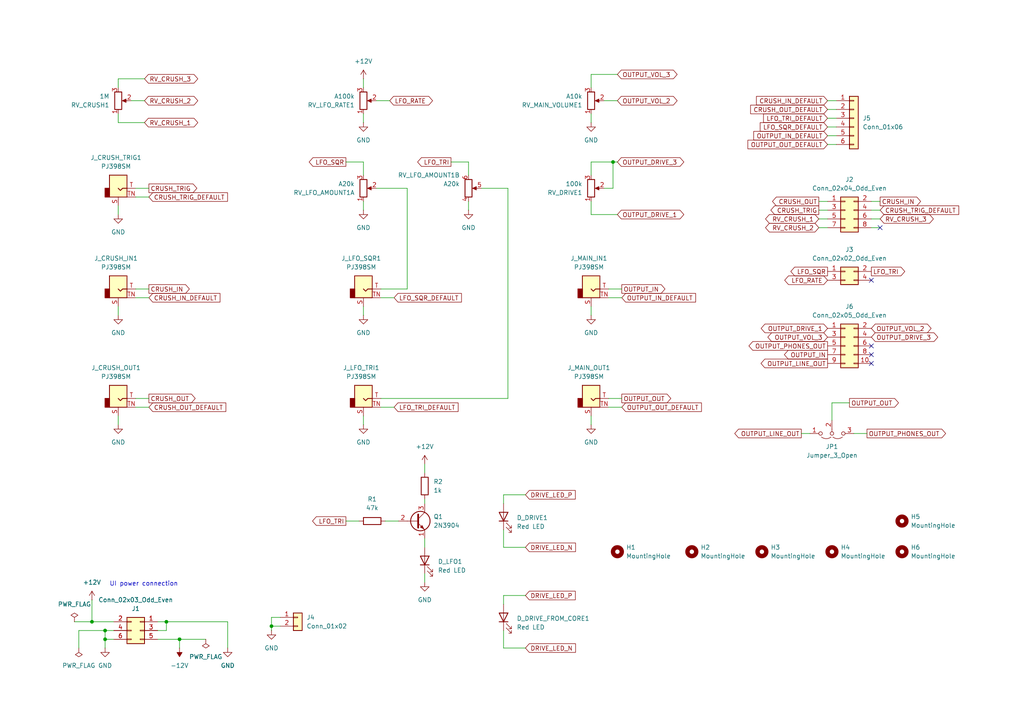
<source format=kicad_sch>
(kicad_sch (version 20250114) (generator "eeschema") (generator_version "9.0")
  (paper "A4")
  (title_block (title "Hog Moduleur Sidechain Mixer UI") (date "2025-07-06") (rev "v0.1") (company "Shmøergh"))
  (lib_symbols
    (symbol "Connector_Generic:Conn_01x02" (pin_names (offset 1.016) (hide yes))
      (property "Reference" "J" (at 0 2.54 0))
      (property "Value" "Conn_01x02" (at 0 -5.08 0))
      (symbol "Conn_01x02_1_1"
        (rectangle (start -1.27 1.27) (end 1.27 -3.81) (stroke (width 0.254)) (fill (type background)))
        (rectangle (start -1.27 0.127) (end 0 -0.127) (stroke (width 0.1524)))
        (rectangle (start -1.27 -2.413) (end 0 -2.667) (stroke (width 0.1524)))
        (pin passive line (at -5.08 0 0) (length 3.81) (name "Pin_1") (number "1"))
        (pin passive line (at -5.08 -2.54 0) (length 3.81) (name "Pin_2") (number "2"))
      )
    )
    (symbol "Connector_Generic:Conn_01x06" (pin_names (offset 1.016) (hide yes))
      (property "Reference" "J" (at 0 7.62 0))
      (property "Value" "Conn_01x06" (at 0 -10.16 0))
      (symbol "Conn_01x06_1_1"
        (rectangle (start -1.27 6.35) (end 1.27 -8.89) (stroke (width 0.254)) (fill (type background)))
        (rectangle (start -1.27 5.207) (end 0 4.953) (stroke (width 0.1524)))
        (rectangle (start -1.27 2.667) (end 0 2.413) (stroke (width 0.1524)))
        (rectangle (start -1.27 0.127) (end 0 -0.127) (stroke (width 0.1524)))
        (rectangle (start -1.27 -2.413) (end 0 -2.667) (stroke (width 0.1524)))
        (rectangle (start -1.27 -4.953) (end 0 -5.207) (stroke (width 0.1524)))
        (rectangle (start -1.27 -7.493) (end 0 -7.747) (stroke (width 0.1524)))
        (pin passive line (at -5.08 5.08 0) (length 3.81) (name "Pin_1") (number "1"))
        (pin passive line (at -5.08 2.54 0) (length 3.81) (name "Pin_2") (number "2"))
        (pin passive line (at -5.08 0 0) (length 3.81) (name "Pin_3") (number "3"))
        (pin passive line (at -5.08 -2.54 0) (length 3.81) (name "Pin_4") (number "4"))
        (pin passive line (at -5.08 -5.08 0) (length 3.81) (name "Pin_5") (number "5"))
        (pin passive line (at -5.08 -7.62 0) (length 3.81) (name "Pin_6") (number "6"))
      )
    )
    (symbol "Connector_Generic:Conn_02x02_Odd_Even" (pin_names (offset 1.016) (hide yes))
      (property "Reference" "J" (at 1.27 2.54 0))
      (property "Value" "Conn_02x02_Odd_Even" (at 1.27 -5.08 0))
      (symbol "Conn_02x02_Odd_Even_1_1"
        (rectangle (start -1.27 1.27) (end 3.81 -3.81) (stroke (width 0.254)) (fill (type background)))
        (rectangle (start -1.27 0.127) (end 0 -0.127) (stroke (width 0.1524)))
        (rectangle (start -1.27 -2.413) (end 0 -2.667) (stroke (width 0.1524)))
        (rectangle (start 3.81 0.127) (end 2.54 -0.127) (stroke (width 0.1524)))
        (rectangle (start 3.81 -2.413) (end 2.54 -2.667) (stroke (width 0.1524)))
        (pin passive line (at -5.08 0 0) (length 3.81) (name "Pin_1") (number "1"))
        (pin passive line (at -5.08 -2.54 0) (length 3.81) (name "Pin_3") (number "3"))
        (pin passive line (at 7.62 0 180) (length 3.81) (name "Pin_2") (number "2"))
        (pin passive line (at 7.62 -2.54 180) (length 3.81) (name "Pin_4") (number "4"))
      )
    )
    (symbol "Connector_Generic:Conn_02x03_Odd_Even" (pin_names (offset 1.016) (hide yes))
      (property "Reference" "J" (at 1.27 5.08 0))
      (property "Value" "Conn_02x03_Odd_Even" (at 1.27 -5.08 0))
      (symbol "Conn_02x03_Odd_Even_1_1"
        (rectangle (start -1.27 3.81) (end 3.81 -3.81) (stroke (width 0.254)) (fill (type background)))
        (rectangle (start -1.27 2.667) (end 0 2.413) (stroke (width 0.1524)))
        (rectangle (start -1.27 0.127) (end 0 -0.127) (stroke (width 0.1524)))
        (rectangle (start -1.27 -2.413) (end 0 -2.667) (stroke (width 0.1524)))
        (rectangle (start 3.81 2.667) (end 2.54 2.413) (stroke (width 0.1524)))
        (rectangle (start 3.81 0.127) (end 2.54 -0.127) (stroke (width 0.1524)))
        (rectangle (start 3.81 -2.413) (end 2.54 -2.667) (stroke (width 0.1524)))
        (pin passive line (at -5.08 2.54 0) (length 3.81) (name "Pin_1") (number "1"))
        (pin passive line (at -5.08 0 0) (length 3.81) (name "Pin_3") (number "3"))
        (pin passive line (at -5.08 -2.54 0) (length 3.81) (name "Pin_5") (number "5"))
        (pin passive line (at 7.62 2.54 180) (length 3.81) (name "Pin_2") (number "2"))
        (pin passive line (at 7.62 0 180) (length 3.81) (name "Pin_4") (number "4"))
        (pin passive line (at 7.62 -2.54 180) (length 3.81) (name "Pin_6") (number "6"))
      )
    )
    (symbol "Connector_Generic:Conn_02x04_Odd_Even" (pin_names (offset 1.016) (hide yes))
      (property "Reference" "J" (at 1.27 5.08 0))
      (property "Value" "Conn_02x04_Odd_Even" (at 1.27 -7.62 0))
      (symbol "Conn_02x04_Odd_Even_1_1"
        (rectangle (start -1.27 3.81) (end 3.81 -6.35) (stroke (width 0.254)) (fill (type background)))
        (rectangle (start -1.27 2.667) (end 0 2.413) (stroke (width 0.1524)))
        (rectangle (start -1.27 0.127) (end 0 -0.127) (stroke (width 0.1524)))
        (rectangle (start -1.27 -2.413) (end 0 -2.667) (stroke (width 0.1524)))
        (rectangle (start -1.27 -4.953) (end 0 -5.207) (stroke (width 0.1524)))
        (rectangle (start 3.81 2.667) (end 2.54 2.413) (stroke (width 0.1524)))
        (rectangle (start 3.81 0.127) (end 2.54 -0.127) (stroke (width 0.1524)))
        (rectangle (start 3.81 -2.413) (end 2.54 -2.667) (stroke (width 0.1524)))
        (rectangle (start 3.81 -4.953) (end 2.54 -5.207) (stroke (width 0.1524)))
        (pin passive line (at -5.08 2.54 0) (length 3.81) (name "Pin_1") (number "1"))
        (pin passive line (at -5.08 0 0) (length 3.81) (name "Pin_3") (number "3"))
        (pin passive line (at -5.08 -2.54 0) (length 3.81) (name "Pin_5") (number "5"))
        (pin passive line (at -5.08 -5.08 0) (length 3.81) (name "Pin_7") (number "7"))
        (pin passive line (at 7.62 2.54 180) (length 3.81) (name "Pin_2") (number "2"))
        (pin passive line (at 7.62 0 180) (length 3.81) (name "Pin_4") (number "4"))
        (pin passive line (at 7.62 -2.54 180) (length 3.81) (name "Pin_6") (number "6"))
        (pin passive line (at 7.62 -5.08 180) (length 3.81) (name "Pin_8") (number "8"))
      )
    )
    (symbol "Connector_Generic:Conn_02x05_Odd_Even" (pin_names (offset 1.016) (hide yes))
      (property "Reference" "J" (at 1.27 7.62 0))
      (property "Value" "Conn_02x05_Odd_Even" (at 1.27 -7.62 0))
      (symbol "Conn_02x05_Odd_Even_1_1"
        (rectangle (start -1.27 6.35) (end 3.81 -6.35) (stroke (width 0.254)) (fill (type background)))
        (rectangle (start -1.27 5.207) (end 0 4.953) (stroke (width 0.1524)))
        (rectangle (start -1.27 2.667) (end 0 2.413) (stroke (width 0.1524)))
        (rectangle (start -1.27 0.127) (end 0 -0.127) (stroke (width 0.1524)))
        (rectangle (start -1.27 -2.413) (end 0 -2.667) (stroke (width 0.1524)))
        (rectangle (start -1.27 -4.953) (end 0 -5.207) (stroke (width 0.1524)))
        (rectangle (start 3.81 5.207) (end 2.54 4.953) (stroke (width 0.1524)))
        (rectangle (start 3.81 2.667) (end 2.54 2.413) (stroke (width 0.1524)))
        (rectangle (start 3.81 0.127) (end 2.54 -0.127) (stroke (width 0.1524)))
        (rectangle (start 3.81 -2.413) (end 2.54 -2.667) (stroke (width 0.1524)))
        (rectangle (start 3.81 -4.953) (end 2.54 -5.207) (stroke (width 0.1524)))
        (pin passive line (at -5.08 5.08 0) (length 3.81) (name "Pin_1") (number "1"))
        (pin passive line (at -5.08 2.54 0) (length 3.81) (name "Pin_3") (number "3"))
        (pin passive line (at -5.08 0 0) (length 3.81) (name "Pin_5") (number "5"))
        (pin passive line (at -5.08 -2.54 0) (length 3.81) (name "Pin_7") (number "7"))
        (pin passive line (at -5.08 -5.08 0) (length 3.81) (name "Pin_9") (number "9"))
        (pin passive line (at 7.62 5.08 180) (length 3.81) (name "Pin_2") (number "2"))
        (pin passive line (at 7.62 2.54 180) (length 3.81) (name "Pin_4") (number "4"))
        (pin passive line (at 7.62 0 180) (length 3.81) (name "Pin_6") (number "6"))
        (pin passive line (at 7.62 -2.54 180) (length 3.81) (name "Pin_8") (number "8"))
        (pin passive line (at 7.62 -5.08 180) (length 3.81) (name "Pin_10") (number "10"))
      )
    )
    (symbol "Device:LED" (pin_numbers (hide yes)) (pin_names (offset 1.016) (hide yes))
      (property "Reference" "D" (at 0 2.54 0))
      (property "Value" "LED" (at 0 -2.54 0))
      (symbol "LED_0_1"
        (polyline (pts (xy -3.048 -0.762) (xy -4.572 -2.286) (xy -3.81 -2.286) (xy -4.572 -2.286) (xy -4.572 -1.524)))
        (polyline (pts (xy -1.778 -0.762) (xy -3.302 -2.286) (xy -2.54 -2.286) (xy -3.302 -2.286) (xy -3.302 -1.524)))
        (polyline (pts (xy -1.27 0) (xy 1.27 0)))
        (polyline (pts (xy -1.27 -1.27) (xy -1.27 1.27)) (stroke (width 0.254)))
        (polyline (pts (xy 1.27 -1.27) (xy 1.27 1.27) (xy -1.27 0) (xy 1.27 -1.27)) (stroke (width 0.254)))
      )
      (symbol "LED_1_1"
        (pin passive line (at -3.81 0 0) (length 2.54) (name "K") (number "1"))
        (pin passive line (at 3.81 0 180) (length 2.54) (name "A") (number "2"))
      )
    )
    (symbol "Device:R" (pin_numbers (hide yes)) (pin_names (offset 0))
      (property "Reference" "R" (at 2.032 0 90))
      (property "Value" "R" (at 0 0 90))
      (symbol "R_0_1"
        (rectangle (start -1.016 -2.54) (end 1.016 2.54) (stroke (width 0.254)))
      )
      (symbol "R_1_1"
        (pin passive line (at 0 3.81 270) (length 1.27) (name "~") (number "1"))
        (pin passive line (at 0 -3.81 90) (length 1.27) (name "~") (number "2"))
      )
    )
    (symbol "Device:R_Potentiometer" (pin_names (offset 1.016) (hide yes))
      (property "Reference" "RV" (at -4.445 0 90))
      (property "Value" "R_Potentiometer" (at -2.54 0 90))
      (symbol "R_Potentiometer_0_1"
        (rectangle (start 1.016 2.54) (end -1.016 -2.54) (stroke (width 0.254)))
        (polyline (pts (xy 1.143 0) (xy 2.286 0.508) (xy 2.286 -0.508) (xy 1.143 0)) (fill (type outline)))
        (polyline (pts (xy 2.54 0) (xy 1.524 0)))
      )
      (symbol "R_Potentiometer_1_1"
        (pin passive line (at 0 3.81 270) (length 1.27) (name "1") (number "1"))
        (pin passive line (at 0 -3.81 90) (length 1.27) (name "3") (number "3"))
        (pin passive line (at 3.81 0 180) (length 1.27) (name "2") (number "2"))
      )
    )
    (symbol "Device:R_Potentiometer_Dual_Separate" (pin_names (offset 1.016) (hide yes))
      (property "Reference" "RV" (at -4.445 0 90))
      (property "Value" "R_Potentiometer_Dual_Separate" (at -2.54 0 90))
      (symbol "R_Potentiometer_Dual_Separate_0_1"
        (rectangle (start 1.016 2.54) (end -1.016 -2.54) (stroke (width 0.254)))
        (polyline (pts (xy 1.143 0) (xy 2.286 0.508) (xy 2.286 -0.508) (xy 1.143 0)) (fill (type outline)))
        (polyline (pts (xy 2.54 0) (xy 1.524 0)))
      )
      (symbol "R_Potentiometer_Dual_Separate_1_1"
        (pin passive line (at 0 3.81 270) (length 1.27) (name "1") (number "1"))
        (pin passive line (at 0 -3.81 90) (length 1.27) (name "3") (number "3"))
        (pin passive line (at 3.81 0 180) (length 1.27) (name "2") (number "2"))
      )
      (symbol "R_Potentiometer_Dual_Separate_2_1"
        (pin passive line (at 0 3.81 270) (length 1.27) (name "4") (number "4"))
        (pin passive line (at 0 -3.81 90) (length 1.27) (name "6") (number "6"))
        (pin passive line (at 3.81 0 180) (length 1.27) (name "5") (number "5"))
      )
    )
    (symbol "Jumper:Jumper_3_Open" (pin_names (offset 0) (hide yes)) (in_bom no)
      (property "Reference" "JP" (at -2.54 -2.54 0))
      (property "Value" "Jumper_3_Open" (at 0 2.794 0))
      (symbol "Jumper_3_Open_0_0"
        (circle (center -3.302 0) (radius 0.508))
        (circle (center 0 0) (radius 0.508))
        (circle (center 3.302 0) (radius 0.508))
      )
      (symbol "Jumper_3_Open_0_1"
        (arc (start -3.048 1.016) (mid -1.651 1.4992) (end -0.254 1.016))
        (polyline (pts (xy 0 -0.508) (xy 0 -1.27)))
        (arc (start 0.254 1.016) (mid 1.651 1.4992) (end 3.048 1.016))
      )
      (symbol "Jumper_3_Open_1_1"
        (pin passive line (at -6.35 0 0) (length 2.54) (name "A") (number "1"))
        (pin passive line (at 0 -3.81 90) (length 2.54) (name "C") (number "2"))
        (pin passive line (at 6.35 0 180) (length 2.54) (name "B") (number "3"))
      )
    )
    (symbol "Mechanical:MountingHole" (pin_names (offset 1.016)) (in_bom no)
      (property "Reference" "H" (at 0 5.08 0))
      (property "Value" "MountingHole" (at 0 3.175 0))
      (symbol "MountingHole_0_1"
        (circle (center 0 0) (radius 1.27) (stroke (width 1.27)))
      )
    )
    (symbol "Shmoergh-Custom-Components:AudioJack2_Thonkiconn_S"
      (property "Reference" "J" (at 0 8.89 0))
      (property "Value" "AudioJack2_Thonkiconn" (at 0 6.35 0))
      (symbol "AudioJack2_Thonkiconn_S_0_1"
        (rectangle (start -2.54 -2.54) (end -3.81 0) (stroke (width 0.254)) (fill (type outline)))
        (polyline (pts (xy 0 0) (xy 0.635 -0.635) (xy 1.27 0) (xy 2.54 0)) (stroke (width 0.254)))
        (rectangle (start 2.54 3.81) (end -2.54 -2.54) (stroke (width 0.254)) (fill (type background)))
      )
      (symbol "AudioJack2_Thonkiconn_S_1_1"
        (pin passive line (at 0 -5.08 90) (length 2.54) (name "~") (number "S"))
        (pin bidirectional line (at 5.08 0 180) (length 2.54) (name "~") (number "T"))
        (pin passive line (at 5.08 -2.54 180) (length 2.54) (name "~") (number "TN"))
      )
    )
    (symbol "Transistor_BJT:2N3904" (pin_names (offset 0) (hide yes))
      (property "Reference" "Q" (at 5.08 1.905 0))
      (property "Value" "2N3904" (at 5.08 0 0))
      (symbol "2N3904_0_1"
        (polyline (pts (xy -2.54 0) (xy 0.635 0)))
        (polyline (pts (xy 0.635 1.905) (xy 0.635 -1.905)) (stroke (width 0.508)))
        (circle (center 1.27 0) (radius 2.8194) (stroke (width 0.254)))
      )
      (symbol "2N3904_1_1"
        (polyline (pts (xy 0.635 0.635) (xy 2.54 2.54)))
        (polyline (pts (xy 0.635 -0.635) (xy 2.54 -2.54)))
        (polyline (pts (xy 1.27 -1.778) (xy 1.778 -1.27) (xy 2.286 -2.286) (xy 1.27 -1.778)) (fill (type outline)))
        (pin input line (at -5.08 0 0) (length 2.54) (name "B") (number "2"))
        (pin passive line (at 2.54 5.08 270) (length 2.54) (name "C") (number "3"))
        (pin passive line (at 2.54 -5.08 90) (length 2.54) (name "E") (number "1"))
      )
    )
    (symbol "power:+12V" (power) (pin_numbers (hide yes)) (pin_names (offset 0) (hide yes))
      (property "Value" "+12V" (at 0 3.556 0))
      (symbol "+12V_0_1"
        (polyline (pts (xy -0.762 1.27) (xy 0 2.54)))
        (polyline (pts (xy 0 2.54) (xy 0.762 1.27)))
        (polyline (pts (xy 0 0) (xy 0 2.54)))
      )
      (symbol "+12V_1_1"
        (pin power_in line (at 0 0 90) (length 0) (name "~") (number "1"))
      )
    )
    (symbol "power:-12V" (power) (pin_numbers (hide yes)) (pin_names (offset 0) (hide yes))
      (property "Value" "-12V" (at 0 3.556 0))
      (symbol "-12V_0_0"
        (pin power_in line (at 0 0 90) (length 0) (name "~") (number "1"))
      )
      (symbol "-12V_0_1"
        (polyline (pts (xy 0 0) (xy 0 1.27) (xy 0.762 1.27) (xy 0 2.54) (xy -0.762 1.27) (xy 0 1.27)) (fill (type outline)))
      )
    )
    (symbol "power:GND" (power) (pin_numbers (hide yes)) (pin_names (offset 0) (hide yes))
      (property "Value" "GND" (at 0 -3.81 0))
      (symbol "GND_0_1"
        (polyline (pts (xy 0 0) (xy 0 -1.27) (xy 1.27 -1.27) (xy 0 -2.54) (xy -1.27 -1.27) (xy 0 -1.27)))
      )
      (symbol "GND_1_1"
        (pin power_in line (at 0 0 270) (length 0) (name "~") (number "1"))
      )
    )
    (symbol "power:PWR_FLAG" (power) (pin_numbers (hide yes)) (pin_names (offset 0) (hide yes))
      (property "Value" "PWR_FLAG" (at 0 3.81 0))
      (symbol "PWR_FLAG_0_0"
        (pin power_out line (at 0 0 90) (length 0) (name "~") (number "1"))
      )
      (symbol "PWR_FLAG_0_1"
        (polyline (pts (xy 0 0) (xy 0 1.27) (xy -1.016 1.905) (xy 0 2.54) (xy 1.016 1.905) (xy 0 1.27)))
      )
    )
  )
  (text "UI power connection" (at 31.75 170.18 0) (effects (font (size 1.27 1.27)) (justify left bottom)))
  (junction (at 177.8 46.99))
  (junction (at 78.74 181.61))
  (junction (at 30.48 182.88))
  (junction (at 52.07 185.42))
  (junction (at 48.26 180.34))
  (junction (at 26.67 180.34))
  (junction (at 30.48 185.42))
  (no_connect (at 252.73 81.28))
  (no_connect (at 255.27 66.04))
  (no_connect (at 252.73 102.87))
  (no_connect (at 252.73 105.41))
  (no_connect (at 252.73 100.33))
  (wire (pts (xy 246.38 116.84) (xy 241.3 116.84)))
  (wire (pts (xy 114.3 86.36) (xy 110.49 86.36)))
  (wire (pts (xy 255.27 60.96) (xy 252.73 60.96)))
  (wire (pts (xy 52.07 187.96) (xy 52.07 185.42)))
  (wire (pts (xy 237.49 58.42) (xy 240.03 58.42)))
  (wire (pts (xy 105.41 22.86) (xy 105.41 25.4)))
  (wire (pts (xy 123.19 168.91) (xy 123.19 166.37)))
  (wire (pts (xy 237.49 66.04) (xy 240.03 66.04)))
  (wire (pts (xy 123.19 144.78) (xy 123.19 146.05)))
  (wire (pts (xy 43.18 118.11) (xy 39.37 118.11)))
  (wire (pts (xy 59.69 185.42) (xy 52.07 185.42)))
  (wire (pts (xy 135.89 58.42) (xy 135.89 60.96)))
  (wire (pts (xy 100.33 46.99) (xy 105.41 46.99)))
  (wire (pts (xy 45.72 185.42) (xy 52.07 185.42)))
  (wire (pts (xy 39.37 83.82) (xy 43.18 83.82)))
  (wire (pts (xy 240.03 41.91) (xy 242.57 41.91)))
  (wire (pts (xy 237.49 63.5) (xy 240.03 63.5)))
  (wire (pts (xy 171.45 62.23) (xy 171.45 58.42)))
  (wire (pts (xy 105.41 58.42) (xy 105.41 60.96)))
  (wire (pts (xy 78.74 181.61) (xy 81.28 181.61)))
  (wire (pts (xy 34.29 22.86) (xy 34.29 25.4)))
  (wire (pts (xy 43.18 57.15) (xy 39.37 57.15)))
  (wire (pts (xy 176.53 115.57) (xy 180.34 115.57)))
  (wire (pts (xy 123.19 158.75) (xy 123.19 156.21)))
  (wire (pts (xy 26.67 180.34) (xy 33.02 180.34)))
  (wire (pts (xy 146.05 158.75) (xy 146.05 153.67)))
  (wire (pts (xy 39.37 54.61) (xy 43.18 54.61)))
  (wire (pts (xy 240.03 31.75) (xy 242.57 31.75)))
  (wire (pts (xy 255.27 58.42) (xy 252.73 58.42)))
  (wire (pts (xy 100.33 151.13) (xy 104.14 151.13)))
  (wire (pts (xy 147.32 54.61) (xy 147.32 115.57)))
  (wire (pts (xy 81.28 179.07) (xy 78.74 179.07)))
  (wire (pts (xy 43.18 86.36) (xy 39.37 86.36)))
  (wire (pts (xy 105.41 88.9) (xy 105.41 91.44)))
  (wire (pts (xy 111.76 151.13) (xy 115.57 151.13)))
  (wire (pts (xy 171.45 120.65) (xy 171.45 123.19)))
  (wire (pts (xy 105.41 46.99) (xy 105.41 50.8)))
  (wire (pts (xy 114.3 118.11) (xy 110.49 118.11)))
  (wire (pts (xy 146.05 158.75) (xy 152.4 158.75)))
  (wire (pts (xy 105.41 120.65) (xy 105.41 123.19)))
  (wire (pts (xy 240.03 36.83) (xy 242.57 36.83)))
  (wire (pts (xy 109.22 29.21) (xy 113.03 29.21)))
  (wire (pts (xy 171.45 88.9) (xy 171.45 91.44)))
  (wire (pts (xy 109.22 54.61) (xy 118.11 54.61)))
  (wire (pts (xy 78.74 179.07) (xy 78.74 181.61)))
  (wire (pts (xy 39.37 115.57) (xy 43.18 115.57)))
  (wire (pts (xy 26.67 173.99) (xy 26.67 180.34)))
  (wire (pts (xy 110.49 115.57) (xy 147.32 115.57)))
  (wire (pts (xy 176.53 83.82) (xy 180.34 83.82)))
  (wire (pts (xy 34.29 35.56) (xy 34.29 33.02)))
  (wire (pts (xy 139.7 54.61) (xy 147.32 54.61)))
  (wire (pts (xy 255.27 66.04) (xy 252.73 66.04)))
  (wire (pts (xy 48.26 180.34) (xy 45.72 180.34)))
  (wire (pts (xy 21.59 180.34) (xy 26.67 180.34)))
  (wire (pts (xy 146.05 143.51) (xy 146.05 146.05)))
  (wire (pts (xy 255.27 63.5) (xy 252.73 63.5)))
  (wire (pts (xy 22.86 182.88) (xy 30.48 182.88)))
  (wire (pts (xy 123.19 134.62) (xy 123.19 137.16)))
  (wire (pts (xy 110.49 83.82) (xy 118.11 83.82)))
  (wire (pts (xy 179.07 29.21) (xy 175.26 29.21)))
  (wire (pts (xy 41.91 22.86) (xy 34.29 22.86)))
  (wire (pts (xy 179.07 46.99) (xy 177.8 46.99)))
  (wire (pts (xy 66.04 187.96) (xy 66.04 180.34)))
  (wire (pts (xy 240.03 34.29) (xy 242.57 34.29)))
  (wire (pts (xy 48.26 182.88) (xy 48.26 180.34)))
  (wire (pts (xy 240.03 39.37) (xy 242.57 39.37)))
  (wire (pts (xy 38.1 29.21) (xy 41.91 29.21)))
  (wire (pts (xy 240.03 29.21) (xy 242.57 29.21)))
  (wire (pts (xy 180.34 86.36) (xy 176.53 86.36)))
  (wire (pts (xy 33.02 185.42) (xy 30.48 185.42)))
  (wire (pts (xy 171.45 46.99) (xy 171.45 50.8)))
  (wire (pts (xy 179.07 21.59) (xy 171.45 21.59)))
  (wire (pts (xy 34.29 59.69) (xy 34.29 62.23)))
  (wire (pts (xy 171.45 21.59) (xy 171.45 25.4)))
  (wire (pts (xy 237.49 60.96) (xy 240.03 60.96)))
  (wire (pts (xy 41.91 35.56) (xy 34.29 35.56)))
  (wire (pts (xy 66.04 180.34) (xy 48.26 180.34)))
  (wire (pts (xy 179.07 62.23) (xy 171.45 62.23)))
  (wire (pts (xy 146.05 187.96) (xy 152.4 187.96)))
  (wire (pts (xy 30.48 182.88) (xy 33.02 182.88)))
  (wire (pts (xy 175.26 54.61) (xy 177.8 54.61)))
  (wire (pts (xy 34.29 120.65) (xy 34.29 123.19)))
  (wire (pts (xy 105.41 33.02) (xy 105.41 35.56)))
  (wire (pts (xy 171.45 35.56) (xy 171.45 33.02)))
  (wire (pts (xy 146.05 172.72) (xy 152.4 172.72)))
  (wire (pts (xy 30.48 185.42) (xy 30.48 182.88)))
  (wire (pts (xy 177.8 54.61) (xy 177.8 46.99)))
  (wire (pts (xy 22.86 187.96) (xy 22.86 182.88)))
  (wire (pts (xy 118.11 54.61) (xy 118.11 83.82)))
  (wire (pts (xy 247.65 125.73) (xy 251.46 125.73)))
  (wire (pts (xy 78.74 181.61) (xy 78.74 182.88)))
  (wire (pts (xy 30.48 187.96) (xy 30.48 185.42)))
  (wire (pts (xy 180.34 118.11) (xy 176.53 118.11)))
  (wire (pts (xy 45.72 182.88) (xy 48.26 182.88)))
  (wire (pts (xy 146.05 187.96) (xy 146.05 182.88)))
  (wire (pts (xy 177.8 46.99) (xy 171.45 46.99)))
  (wire (pts (xy 146.05 143.51) (xy 152.4 143.51)))
  (wire (pts (xy 135.89 46.99) (xy 135.89 50.8)))
  (wire (pts (xy 232.41 125.73) (xy 234.95 125.73)))
  (wire (pts (xy 241.3 116.84) (xy 241.3 121.92)))
  (wire (pts (xy 34.29 88.9) (xy 34.29 91.44)))
  (wire (pts (xy 130.81 46.99) (xy 135.89 46.99)))
  (wire (pts (xy 146.05 172.72) (xy 146.05 175.26)))
  (global_label "OUTPUT_OUT_DEFAULT" (shape input) (at 240.03 41.91 180) (property "Intersheetrefs" "${INTERSHEET_REFS}" (effects (hide yes))))
  (global_label "LFO_SQR_DEFAULT" (shape input) (at 240.03 36.83 180) (property "Intersheetrefs" "${INTERSHEET_REFS}" (effects (hide yes))))
  (global_label "RV_CRUSH_1" (shape bidirectional) (at 41.91 35.56 0) (property "Intersheetrefs" "${INTERSHEET_REFS}" (effects (hide yes))))
  (global_label "OUTPUT_DRIVE_1" (shape bidirectional) (at 240.03 95.25 180) (property "Intersheetrefs" "${INTERSHEET_REFS}" (effects (hide yes))))
  (global_label "LFO_TRI" (shape output) (at 252.73 78.74 0) (property "Intersheetrefs" "${INTERSHEET_REFS}" (effects (hide yes))))
  (global_label "OUTPUT_OUT" (shape output) (at 180.34 115.57 0) (property "Intersheetrefs" "${INTERSHEET_REFS}" (effects (hide yes))))
  (global_label "RV_CRUSH_3" (shape bidirectional) (at 255.27 63.5 0) (property "Intersheetrefs" "${INTERSHEET_REFS}" (effects (hide yes))))
  (global_label "OUTPUT_VOL_2" (shape bidirectional) (at 252.73 95.25 0) (property "Intersheetrefs" "${INTERSHEET_REFS}" (effects (hide yes))))
  (global_label "CRUSH_TRIG_DEFAULT" (shape input) (at 255.27 60.96 0) (property "Intersheetrefs" "${INTERSHEET_REFS}" (effects (hide yes))))
  (global_label "CRUSH_OUT_DEFAULT" (shape input) (at 240.03 31.75 180) (property "Intersheetrefs" "${INTERSHEET_REFS}" (effects (hide yes))))
  (global_label "CRUSH_TRIG" (shape output) (at 237.49 60.96 180) (property "Intersheetrefs" "${INTERSHEET_REFS}" (effects (hide yes))))
  (global_label "RV_CRUSH_2" (shape bidirectional) (at 237.49 66.04 180) (property "Intersheetrefs" "${INTERSHEET_REFS}" (effects (hide yes))))
  (global_label "OUTPUT_PHONES_OUT" (shape output) (at 240.03 100.33 180) (property "Intersheetrefs" "${INTERSHEET_REFS}" (effects (hide yes))))
  (global_label "RV_CRUSH_2" (shape bidirectional) (at 41.91 29.21 0) (property "Intersheetrefs" "${INTERSHEET_REFS}" (effects (hide yes))))
  (global_label "LFO_RATE" (shape bidirectional) (at 240.03 81.28 180) (property "Intersheetrefs" "${INTERSHEET_REFS}" (effects (hide yes))))
  (global_label "DRIVE_LED_N" (shape input) (at 152.4 187.96 0) (property "Intersheetrefs" "${INTERSHEET_REFS}" (effects (hide yes))))
  (global_label "CRUSH_IN_DEFAULT" (shape input) (at 43.18 86.36 0) (property "Intersheetrefs" "${INTERSHEET_REFS}" (effects (hide yes))))
  (global_label "LFO_TRI" (shape output) (at 100.33 151.13 180) (property "Intersheetrefs" "${INTERSHEET_REFS}" (effects (hide yes))))
  (global_label "OUTPUT_DRIVE_3" (shape bidirectional) (at 252.73 97.79 0) (property "Intersheetrefs" "${INTERSHEET_REFS}" (effects (hide yes))))
  (global_label "CRUSH_IN" (shape output) (at 43.18 83.82 0) (property "Intersheetrefs" "${INTERSHEET_REFS}" (effects (hide yes))))
  (global_label "DRIVE_LED_P" (shape input) (at 152.4 172.72 0) (property "Intersheetrefs" "${INTERSHEET_REFS}" (effects (hide yes))))
  (global_label "LFO_TRI_DEFAULT" (shape input) (at 240.03 34.29 180) (property "Intersheetrefs" "${INTERSHEET_REFS}" (effects (hide yes))))
  (global_label "DRIVE_LED_N" (shape input) (at 152.4 158.75 0) (property "Intersheetrefs" "${INTERSHEET_REFS}" (effects (hide yes))))
  (global_label "OUTPUT_IN" (shape output) (at 240.03 102.87 180) (property "Intersheetrefs" "${INTERSHEET_REFS}" (effects (hide yes))))
  (global_label "OUTPUT_LINE_OUT" (shape output) (at 240.03 105.41 180) (property "Intersheetrefs" "${INTERSHEET_REFS}" (effects (hide yes))))
  (global_label "OUTPUT_IN_DEFAULT" (shape input) (at 240.03 39.37 180) (property "Intersheetrefs" "${INTERSHEET_REFS}" (effects (hide yes))))
  (global_label "CRUSH_IN" (shape output) (at 255.27 58.42 0) (property "Intersheetrefs" "${INTERSHEET_REFS}" (effects (hide yes))))
  (global_label "LFO_SQR" (shape output) (at 240.03 78.74 180) (property "Intersheetrefs" "${INTERSHEET_REFS}" (effects (hide yes))))
  (global_label "OUTPUT_OUT" (shape output) (at 246.38 116.84 0) (property "Intersheetrefs" "${INTERSHEET_REFS}" (effects (hide yes))))
  (global_label "LFO_SQR_DEFAULT" (shape input) (at 114.3 86.36 0) (property "Intersheetrefs" "${INTERSHEET_REFS}" (effects (hide yes))))
  (global_label "RV_CRUSH_3" (shape bidirectional) (at 41.91 22.86 0) (property "Intersheetrefs" "${INTERSHEET_REFS}" (effects (hide yes))))
  (global_label "OUTPUT_DRIVE_1" (shape bidirectional) (at 179.07 62.23 0) (property "Intersheetrefs" "${INTERSHEET_REFS}" (effects (hide yes))))
  (global_label "CRUSH_TRIG" (shape output) (at 43.18 54.61 0) (property "Intersheetrefs" "${INTERSHEET_REFS}" (effects (hide yes))))
  (global_label "CRUSH_OUT_DEFAULT" (shape input) (at 43.18 118.11 0) (property "Intersheetrefs" "${INTERSHEET_REFS}" (effects (hide yes))))
  (global_label "CRUSH_TRIG_DEFAULT" (shape input) (at 43.18 57.15 0) (property "Intersheetrefs" "${INTERSHEET_REFS}" (effects (hide yes))))
  (global_label "LFO_TRI" (shape output) (at 130.81 46.99 180) (property "Intersheetrefs" "${INTERSHEET_REFS}" (effects (hide yes))))
  (global_label "OUTPUT_PHONES_OUT" (shape output) (at 251.46 125.73 0) (property "Intersheetrefs" "${INTERSHEET_REFS}" (effects (hide yes))))
  (global_label "OUTPUT_OUT_DEFAULT" (shape input) (at 180.34 118.11 0) (property "Intersheetrefs" "${INTERSHEET_REFS}" (effects (hide yes))))
  (global_label "CRUSH_OUT" (shape output) (at 237.49 58.42 180) (property "Intersheetrefs" "${INTERSHEET_REFS}" (effects (hide yes))))
  (global_label "OUTPUT_VOL_3" (shape bidirectional) (at 179.07 21.59 0) (property "Intersheetrefs" "${INTERSHEET_REFS}" (effects (hide yes))))
  (global_label "CRUSH_IN_DEFAULT" (shape input) (at 240.03 29.21 180) (property "Intersheetrefs" "${INTERSHEET_REFS}" (effects (hide yes))))
  (global_label "OUTPUT_DRIVE_3" (shape bidirectional) (at 179.07 46.99 0) (property "Intersheetrefs" "${INTERSHEET_REFS}" (effects (hide yes))))
  (global_label "RV_CRUSH_1" (shape bidirectional) (at 237.49 63.5 180) (property "Intersheetrefs" "${INTERSHEET_REFS}" (effects (hide yes))))
  (global_label "LFO_SQR" (shape output) (at 100.33 46.99 180) (property "Intersheetrefs" "${INTERSHEET_REFS}" (effects (hide yes))))
  (global_label "OUTPUT_VOL_3" (shape bidirectional) (at 240.03 97.79 180) (property "Intersheetrefs" "${INTERSHEET_REFS}" (effects (hide yes))))
  (global_label "LFO_RATE" (shape bidirectional) (at 113.03 29.21 0) (property "Intersheetrefs" "${INTERSHEET_REFS}" (effects (hide yes))))
  (global_label "DRIVE_LED_P" (shape input) (at 152.4 143.51 0) (property "Intersheetrefs" "${INTERSHEET_REFS}" (effects (hide yes))))
  (global_label "OUTPUT_IN" (shape output) (at 180.34 83.82 0) (property "Intersheetrefs" "${INTERSHEET_REFS}" (effects (hide yes))))
  (global_label "OUTPUT_LINE_OUT" (shape output) (at 232.41 125.73 180) (property "Intersheetrefs" "${INTERSHEET_REFS}" (effects (hide yes))))
  (global_label "OUTPUT_IN_DEFAULT" (shape input) (at 180.34 86.36 0) (property "Intersheetrefs" "${INTERSHEET_REFS}" (effects (hide yes))))
  (global_label "OUTPUT_VOL_2" (shape bidirectional) (at 179.07 29.21 0) (property "Intersheetrefs" "${INTERSHEET_REFS}" (effects (hide yes))))
  (global_label "CRUSH_OUT" (shape output) (at 43.18 115.57 0) (property "Intersheetrefs" "${INTERSHEET_REFS}" (effects (hide yes))))
  (global_label "LFO_TRI_DEFAULT" (shape input) (at 114.3 118.11 0) (property "Intersheetrefs" "${INTERSHEET_REFS}" (effects (hide yes))))
  (symbol (lib_id "power:+12V") (at 26.67 173.99 0) (unit 1)
    (property "Reference" "#PWR01" (effects (hide yes)))
    (property "Value" "+12V" (at 26.67 168.91 0))
    (property "Description" "Power symbol creates a global label with name \"+12V\"" (effects (hide yes)))
  )
  (symbol (lib_id "power:GND") (at 105.41 60.96 0) (unit 1)
    (property "Reference" "#PWR015" (effects (hide yes)))
    (property "Value" "GND" (at 105.41 66.04 0))
    (property "Description" "Power symbol creates a global label with name \"GND\" , ground" (effects (hide yes)))
  )
  (symbol (lib_id "power:+12V") (at 123.19 134.62 0) (unit 1)
    (property "Reference" "#PWR017" (effects (hide yes)))
    (property "Value" "+12V" (at 123.19 129.54 0))
    (property "Description" "Power symbol creates a global label with name \"+12V\"" (effects (hide yes)))
  )
  (symbol (lib_id "power:GND") (at 34.29 91.44 0) (unit 1)
    (property "Reference" "#PWR02" (effects (hide yes)))
    (property "Value" "GND" (at 34.29 96.52 0))
    (property "Description" "Power symbol creates a global label with name \"GND\" , ground" (effects (hide yes)))
  )
  (symbol (lib_id "Device:R_Potentiometer") (at 171.45 54.61 0) (mirror x) (unit 1)
    (property "Reference" "RV_DRIVE1" (at 168.91 55.8801 0) (effects (justify right)))
    (property "Value" "100k" (at 168.91 53.3401 0) (effects (justify right)))
    (property "Footprint" "Shmoergh_Custom_Footprints:Potentiometer_Bourns_Single-PTV09A" (effects (hide yes)))
    (property "Description" "Potentiometer" (effects (hide yes)))
    (property "Part URL" "https://mou.sr/4694GMU" (effects (hide yes)))
    (property "Vendor" "Mouser" (effects (hide yes)))
    (property "Part no." "652-PTV09A4025FB104" (effects (hide yes)))
  )
  (symbol (lib_id "Connector_Generic:Conn_02x02_Odd_Even") (at 245.11 78.74 0) (unit 1)
    (property "Reference" "J3" (at 246.38 72.39 0))
    (property "Value" "Conn_02x02_Odd_Even" (at 246.38 74.93 0))
    (property "Footprint" "Connector_PinSocket_2.54mm:PinSocket_2x02_P2.54mm_Vertical" (effects (hide yes)))
    (property "Description" "Generic connector, double row, 02x02, odd/even pin numbering scheme (row 1 odd numbers, row 2 even numbers), script generated (kicad-library-utils/schlib/autogen/connector/)" (effects (hide yes)))
  )
  (symbol (lib_id "power:GND") (at 171.45 35.56 0) (unit 1)
    (property "Reference" "#PWR014" (effects (hide yes)))
    (property "Value" "GND" (at 171.45 40.64 0))
    (property "Description" "Power symbol creates a global label with name \"GND\" , ground" (effects (hide yes)))
  )
  (symbol (lib_id "Device:LED") (at 123.19 162.56 90) (unit 1)
    (property "Reference" "D_LFO1" (at 127 162.8774 90) (effects (justify right)))
    (property "Value" "Red LED" (at 127 165.4174 90) (effects (justify right)))
    (property "Footprint" "LED_THT:LED_D3.0mm" (effects (hide yes)))
    (property "Description" "Light emitting diode" (effects (hide yes)))
    (property "Sim.Pins" "1=K 2=A" (effects (hide yes)))
  )
  (symbol (lib_id "power:GND") (at 34.29 123.19 0) (unit 1)
    (property "Reference" "#PWR03" (effects (hide yes)))
    (property "Value" "GND" (at 34.29 128.27 0))
    (property "Description" "Power symbol creates a global label with name \"GND\" , ground" (effects (hide yes)))
  )
  (symbol (lib_id "power:-12V") (at 52.07 187.96 180) (unit 1)
    (property "Reference" "#PWR07" (effects (hide yes)))
    (property "Value" "-12V" (at 52.07 193.04 0))
    (property "Description" "Power symbol creates a global label with name \"-12V\"" (effects (hide yes)))
  )
  (symbol (lib_id "Shmoergh-Custom-Components:AudioJack2_Thonkiconn_S") (at 171.45 83.82 0) (unit 1)
    (property "Reference" "J_MAIN_IN1" (at 170.815 74.93 0))
    (property "Value" "PJ398SM" (at 170.815 77.47 0))
    (property "Footprint" "Shmoergh_Custom_Footprints:Jack_3.5mm_QingPu_WQP-PJ398SM_Vertical_CircularHoles" (effects (hide yes)))
    (property "Description" "Audio Jack, 2 Poles (Mono / TS), Grounded Sleeve" (effects (hide yes)))
    (property "Part URL" "https://www.thonk.co.uk/shop/thonkiconn/" (effects (hide yes)))
    (property "Vendor" "Thonk" (effects (hide yes)))
    (property "Part no." "PJ398SM" (effects (hide yes)))
  )
  (symbol (lib_id "Mechanical:MountingHole") (at 261.62 160.02 0) (unit 1) (in_bom no)
    (property "Reference" "H6" (at 264.16 158.7499 0) (effects (justify left)))
    (property "Value" "MountingHole" (at 264.16 161.2899 0) (effects (justify left)))
    (property "Footprint" "MountingHole:MountingHole_3.2mm_M3_DIN965_Pad" (effects (hide yes)))
    (property "Description" "Mounting Hole without connection" (effects (hide yes)))
    (property "Vendor" "-" (effects (hide yes)))
  )
  (symbol (lib_id "Connector_Generic:Conn_02x03_Odd_Even") (at 40.64 182.88 0) (mirror y) (unit 1)
    (property "Reference" "J1" (at 39.37 176.53 0))
    (property "Value" "Conn_02x03_Odd_Even" (at 39.37 173.99 0))
    (property "Footprint" "Connector_PinSocket_2.54mm:PinSocket_2x03_P2.54mm_Vertical" (effects (hide yes)))
    (property "Description" "Generic connector, double row, 02x03, odd/even pin numbering scheme (row 1 odd numbers, row 2 even numbers), script generated (kicad-library-utils/schlib/autogen/connector/)" (effects (hide yes)))
    (property "Part URL" "https://mou.sr/3GIDVEr" (effects (hide yes)))
    (property "Vendor" "Mouser" (effects (hide yes)))
    (property "Part no." "200-SSW10301TD" (effects (hide yes)))
  )
  (symbol (lib_id "power:GND") (at 34.29 62.23 0) (unit 1)
    (property "Reference" "#PWR010" (effects (hide yes)))
    (property "Value" "GND" (at 34.29 67.31 0))
    (property "Description" "Power symbol creates a global label with name \"GND\" , ground" (effects (hide yes)))
  )
  (symbol (lib_id "Shmoergh-Custom-Components:AudioJack2_Thonkiconn_S") (at 34.29 54.61 0) (unit 1)
    (property "Reference" "J_CRUSH_TRIG1" (at 33.655 45.72 0))
    (property "Value" "PJ398SM" (at 33.655 48.26 0))
    (property "Footprint" "Shmoergh_Custom_Footprints:Jack_3.5mm_QingPu_WQP-PJ398SM_Vertical_CircularHoles" (effects (hide yes)))
    (property "Description" "Audio Jack, 2 Poles (Mono / TS), Grounded Sleeve" (effects (hide yes)))
    (property "Part URL" "https://www.thonk.co.uk/shop/thonkiconn/" (effects (hide yes)))
    (property "Vendor" "Thonk" (effects (hide yes)))
    (property "Part no." "PJ398SM" (effects (hide yes)))
  )
  (symbol (lib_id "Mechanical:MountingHole") (at 200.66 160.02 0) (unit 1) (in_bom no)
    (property "Reference" "H2" (at 203.2 158.7499 0) (effects (justify left)))
    (property "Value" "MountingHole" (at 203.2 161.2899 0) (effects (justify left)))
    (property "Footprint" "MountingHole:MountingHole_3.2mm_M3_DIN965_Pad" (effects (hide yes)))
    (property "Description" "Mounting Hole without connection" (effects (hide yes)))
    (property "Vendor" "-" (effects (hide yes)))
  )
  (symbol (lib_id "power:GND") (at 105.41 123.19 0) (unit 1)
    (property "Reference" "#PWR06" (effects (hide yes)))
    (property "Value" "GND" (at 105.41 128.27 0))
    (property "Description" "Power symbol creates a global label with name \"GND\" , ground" (effects (hide yes)))
  )
  (symbol (lib_id "Device:R_Potentiometer") (at 171.45 29.21 0) (mirror x) (unit 1)
    (property "Reference" "RV_MAIN_VOLUME1" (at 168.91 30.4801 0) (effects (justify right)))
    (property "Value" "A10k" (at 168.91 27.9401 0) (effects (justify right)))
    (property "Footprint" "Shmoergh_Custom_Footprints:Potentiometer_Bourns_Single-PTV09A" (effects (hide yes)))
    (property "Description" "Potentiometer" (effects (hide yes)))
    (property "Part URL" "https://mou.sr/4694GMU" (effects (hide yes)))
    (property "Vendor" "Mouser" (effects (hide yes)))
    (property "Part no." "652-PTV09A4025FB104" (effects (hide yes)))
  )
  (symbol (lib_id "Device:R_Potentiometer_Dual_Separate") (at 135.89 54.61 0) (mirror x) (unit 2)
    (property "Reference" "RV_LFO_AMOUNT1" (at 133.35 50.8 0) (effects (justify right)))
    (property "Value" "A20k" (at 133.35 53.3401 0) (effects (justify right)))
    (property "Footprint" "Shmoergh_Custom_Footprints:Potentiometer_Bourns_Dual-PTV112-4" (effects (hide yes)))
    (property "Datasheet" "https://hu.mouser.com/ProductDetail/Bourns/PTV112-4425A-A203?qs=%252B9%2Fcbd0IE0TZlxUEy84P2Q%3D%3D" (effects (hide yes)))
    (property "Description" "Dual potentiometer, separate units" (effects (hide yes)))
    (property "Part No." "652-PTV1124425AA203" (effects (hide yes)))
    (property "Part URL" "https://mou.sr/3V1fyW7" (effects (hide yes)))
  )
  (symbol (lib_id "power:GND") (at 171.45 91.44 0) (unit 1)
    (property "Reference" "#PWR08" (effects (hide yes)))
    (property "Value" "GND" (at 171.45 96.52 0))
    (property "Description" "Power symbol creates a global label with name \"GND\" , ground" (effects (hide yes)))
  )
  (symbol (lib_id "power:GND") (at 105.41 35.56 0) (unit 1)
    (property "Reference" "#PWR013" (effects (hide yes)))
    (property "Value" "GND" (at 105.41 40.64 0))
    (property "Description" "Power symbol creates a global label with name \"GND\" , ground" (effects (hide yes)))
  )
  (symbol (lib_id "Connector_Generic:Conn_01x06") (at 247.65 34.29 0) (unit 1)
    (property "Reference" "J5" (at 250.19 34.2899 0) (effects (justify left)))
    (property "Value" "Conn_01x06" (at 250.19 36.8299 0) (effects (justify left)))
    (property "Footprint" "Connector_PinSocket_2.54mm:PinSocket_1x06_P2.54mm_Vertical" (effects (hide yes)))
    (property "Description" "Generic connector, single row, 01x06, script generated (kicad-library-utils/schlib/autogen/connector/)" (effects (hide yes)))
    (property "Part URL" "https://mou.sr/4lnf48h" (effects (hide yes)))
    (property "Vendor" "Mouser" (effects (hide yes)))
    (property "Part no." "200-SSW10601TS" (effects (hide yes)))
  )
  (symbol (lib_id "Connector_Generic:Conn_02x04_Odd_Even") (at 245.11 60.96 0) (unit 1)
    (property "Reference" "J2" (at 246.38 52.07 0))
    (property "Value" "Conn_02x04_Odd_Even" (at 246.38 54.61 0))
    (property "Footprint" "Connector_PinSocket_2.54mm:PinSocket_2x04_P2.54mm_Vertical" (effects (hide yes)))
    (property "Description" "Generic connector, double row, 02x04, odd/even pin numbering scheme (row 1 odd numbers, row 2 even numbers), script generated (kicad-library-utils/schlib/autogen/connector/)" (effects (hide yes)))
  )
  (symbol (lib_id "Mechanical:MountingHole") (at 179.07 160.02 0) (unit 1) (in_bom no)
    (property "Reference" "H1" (at 181.61 158.7499 0) (effects (justify left)))
    (property "Value" "MountingHole" (at 181.61 161.2899 0) (effects (justify left)))
    (property "Footprint" "MountingHole:MountingHole_3.2mm_M3_DIN965_Pad" (effects (hide yes)))
    (property "Description" "Mounting Hole without connection" (effects (hide yes)))
    (property "Vendor" "-" (effects (hide yes)))
  )
  (symbol (lib_id "power:PWR_FLAG") (at 21.59 180.34 0) (unit 1)
    (property "Reference" "#FLG01" (effects (hide yes)))
    (property "Value" "PWR_FLAG" (at 21.59 175.26 0))
    (property "Description" "Special symbol for telling ERC where power comes from" (effects (hide yes)))
  )
  (symbol (lib_id "Device:R_Potentiometer_Dual_Separate") (at 105.41 54.61 0) (mirror x) (unit 1)
    (property "Reference" "RV_LFO_AMOUNT1" (at 102.87 55.8801 0) (effects (justify right)))
    (property "Value" "A20k" (at 102.87 53.3401 0) (effects (justify right)))
    (property "Footprint" "Shmoergh_Custom_Footprints:Potentiometer_Bourns_Dual-PTV112-4" (effects (hide yes)))
    (property "Datasheet" "https://hu.mouser.com/ProductDetail/Bourns/PTV112-4425A-A203?qs=%252B9%2Fcbd0IE0TZlxUEy84P2Q%3D%3D" (effects (hide yes)))
    (property "Description" "Dual potentiometer, separate units" (effects (hide yes)))
    (property "Part No." "652-PTV1124425AA203" (effects (hide yes)))
    (property "Part URL" "https://mou.sr/3V1fyW7" (effects (hide yes)))
  )
  (symbol (lib_id "power:GND") (at 123.19 168.91 0) (unit 1)
    (property "Reference" "#PWR018" (effects (hide yes)))
    (property "Value" "GND" (at 123.19 173.99 0))
    (property "Description" "Power symbol creates a global label with name \"GND\" , ground" (effects (hide yes)))
  )
  (symbol (lib_id "Transistor_BJT:2N3904") (at 120.65 151.13 0) (unit 1)
    (property "Reference" "Q1" (at 125.73 149.8599 0) (effects (justify left)))
    (property "Value" "2N3904" (at 125.73 152.3999 0) (effects (justify left)))
    (property "Footprint" "Package_TO_SOT_THT:TO-92_Inline_Wide" (effects (hide yes)))
    (property "Datasheet" "https://www.onsemi.com/pub/Collateral/2N3903-D.PDF" (effects (hide yes)))
    (property "Description" "0.2A Ic, 40V Vce, Small Signal NPN Transistor, TO-92" (effects (hide yes)))
  )
  (symbol (lib_id "power:GND") (at 105.41 91.44 0) (unit 1)
    (property "Reference" "#PWR04" (effects (hide yes)))
    (property "Value" "GND" (at 105.41 96.52 0))
    (property "Description" "Power symbol creates a global label with name \"GND\" , ground" (effects (hide yes)))
  )
  (symbol (lib_id "power:GND") (at 66.04 187.96 0) (unit 1)
    (property "Reference" "#PWR09" (effects (hide yes)))
    (property "Value" "GND" (at 66.04 193.04 0))
    (property "Description" "Power symbol creates a global label with name \"GND\" , ground" (effects (hide yes)))
  )
  (symbol (lib_id "Shmoergh-Custom-Components:AudioJack2_Thonkiconn_S") (at 105.41 83.82 0) (unit 1)
    (property "Reference" "J_LFO_SQR1" (at 104.775 74.93 0))
    (property "Value" "PJ398SM" (at 104.775 77.47 0))
    (property "Footprint" "Shmoergh_Custom_Footprints:Jack_3.5mm_QingPu_WQP-PJ398SM_Vertical_CircularHoles" (effects (hide yes)))
    (property "Description" "Audio Jack, 2 Poles (Mono / TS), Grounded Sleeve" (effects (hide yes)))
    (property "Part URL" "https://www.thonk.co.uk/shop/thonkiconn/" (effects (hide yes)))
    (property "Vendor" "Thonk" (effects (hide yes)))
    (property "Part no." "PJ398SM" (effects (hide yes)))
  )
  (symbol (lib_id "Shmoergh-Custom-Components:AudioJack2_Thonkiconn_S") (at 171.45 115.57 0) (unit 1)
    (property "Reference" "J_MAIN_OUT1" (at 170.815 106.68 0))
    (property "Value" "PJ398SM" (at 170.815 109.22 0))
    (property "Footprint" "Shmoergh_Custom_Footprints:Jack_3.5mm_QingPu_WQP-PJ398SM_Vertical_CircularHoles" (effects (hide yes)))
    (property "Description" "Audio Jack, 2 Poles (Mono / TS), Grounded Sleeve" (effects (hide yes)))
    (property "Part URL" "https://www.thonk.co.uk/shop/thonkiconn/" (effects (hide yes)))
    (property "Vendor" "Thonk" (effects (hide yes)))
    (property "Part no." "PJ398SM" (effects (hide yes)))
  )
  (symbol (lib_id "Device:R") (at 107.95 151.13 90) (unit 1)
    (property "Reference" "R1" (at 107.95 144.78 90))
    (property "Value" "47k" (at 107.95 147.32 90))
    (property "Footprint" "Shmoergh_Custom_Footprints:R_Axial_DIN0207_L6.3mm_D2.5mm_P7.62mm_Horizontal" (effects (hide yes)))
    (property "Description" "Resistor" (effects (hide yes)))
  )
  (symbol (lib_id "Jumper:Jumper_3_Open") (at 241.3 125.73 0) (mirror x) (unit 1) (in_bom no)
    (property "Reference" "JP1" (at 241.3 129.54 0))
    (property "Value" "Jumper_3_Open" (at 241.3 132.08 0))
    (property "Footprint" "Connector_PinHeader_2.54mm:PinHeader_1x03_P2.54mm_Horizontal" (effects (hide yes)))
    (property "Description" "Jumper, 3-pole, both open" (effects (hide yes)))
  )
  (symbol (lib_id "power:GND") (at 171.45 123.19 0) (unit 1)
    (property "Reference" "#PWR011" (effects (hide yes)))
    (property "Value" "GND" (at 171.45 128.27 0))
    (property "Description" "Power symbol creates a global label with name \"GND\" , ground" (effects (hide yes)))
  )
  (symbol (lib_id "Device:LED") (at 146.05 179.07 90) (unit 1)
    (property "Reference" "D_DRIVE_FROM_CORE1" (at 149.86 179.3874 90) (effects (justify right)))
    (property "Value" "Red LED" (at 149.86 181.9274 90) (effects (justify right)))
    (property "Footprint" "Connector_PinSocket_2.54mm:PinSocket_1x02_P2.54mm_Vertical" (effects (hide yes)))
    (property "Description" "Light emitting diode" (effects (hide yes)))
    (property "Sim.Pins" "1=K 2=A" (effects (hide yes)))
  )
  (symbol (lib_id "Device:R_Potentiometer") (at 34.29 29.21 0) (mirror x) (unit 1)
    (property "Reference" "RV_CRUSH1" (at 31.75 30.4801 0) (effects (justify right)))
    (property "Value" "1M" (at 31.75 27.9401 0) (effects (justify right)))
    (property "Footprint" "Shmoergh_Custom_Footprints:Potentiometer_Bourns_Single-PTV09A" (effects (hide yes)))
    (property "Description" "Potentiometer" (effects (hide yes)))
    (property "Part URL" "https://mou.sr/4694GMU" (effects (hide yes)))
    (property "Vendor" "Mouser" (effects (hide yes)))
    (property "Part no." "652-PTV09A4025FB104" (effects (hide yes)))
  )
  (symbol (lib_id "Connector_Generic:Conn_02x05_Odd_Even") (at 245.11 100.33 0) (unit 1)
    (property "Reference" "J6" (at 246.38 88.9 0))
    (property "Value" "Conn_02x05_Odd_Even" (at 246.38 91.44 0))
    (property "Footprint" "Connector_PinSocket_2.54mm:PinSocket_2x05_P2.54mm_Vertical" (effects (hide yes)))
    (property "Description" "Generic connector, double row, 02x05, odd/even pin numbering scheme (row 1 odd numbers, row 2 even numbers), script generated (kicad-library-utils/schlib/autogen/connector/)" (effects (hide yes)))
  )
  (symbol (lib_id "Mechanical:MountingHole") (at 261.62 151.13 0) (unit 1) (in_bom no)
    (property "Reference" "H5" (at 264.16 149.8599 0) (effects (justify left)))
    (property "Value" "MountingHole" (at 264.16 152.3999 0) (effects (justify left)))
    (property "Footprint" "MountingHole:MountingHole_3.2mm_M3_DIN965_Pad" (effects (hide yes)))
    (property "Description" "Mounting Hole without connection" (effects (hide yes)))
    (property "Vendor" "-" (effects (hide yes)))
  )
  (symbol (lib_id "Connector_Generic:Conn_01x02") (at 86.36 179.07 0) (unit 1)
    (property "Reference" "J4" (at 88.9 179.0699 0) (effects (justify left)))
    (property "Value" "Conn_01x02" (at 88.9 181.6099 0) (effects (justify left)))
    (property "Footprint" "Connector_PinSocket_2.54mm:PinSocket_1x02_P2.54mm_Vertical" (effects (hide yes)))
    (property "Description" "Generic connector, single row, 01x02, script generated (kicad-library-utils/schlib/autogen/connector/)" (effects (hide yes)))
    (property "Part URL" "https://mou.sr/4lBvdHe" (effects (hide yes)))
    (property "Vendor" "Mouser" (effects (hide yes)))
    (property "Part no." "200-SSW10201TS" (effects (hide yes)))
  )
  (symbol (lib_id "Mechanical:MountingHole") (at 220.98 160.02 0) (unit 1) (in_bom no)
    (property "Reference" "H3" (at 223.52 158.7499 0) (effects (justify left)))
    (property "Value" "MountingHole" (at 223.52 161.2899 0) (effects (justify left)))
    (property "Footprint" "MountingHole:MountingHole_3.2mm_M3_DIN965_Pad" (effects (hide yes)))
    (property "Description" "Mounting Hole without connection" (effects (hide yes)))
    (property "Vendor" "-" (effects (hide yes)))
  )
  (symbol (lib_id "power:GND") (at 78.74 182.88 0) (unit 1)
    (property "Reference" "#PWR022" (effects (hide yes)))
    (property "Value" "GND" (at 78.74 187.96 0))
    (property "Description" "Power symbol creates a global label with name \"GND\" , ground" (effects (hide yes)))
  )
  (symbol (lib_id "Mechanical:MountingHole") (at 241.3 160.02 0) (unit 1) (in_bom no)
    (property "Reference" "H4" (at 243.84 158.7499 0) (effects (justify left)))
    (property "Value" "MountingHole" (at 243.84 161.2899 0) (effects (justify left)))
    (property "Footprint" "MountingHole:MountingHole_3.2mm_M3_DIN965_Pad" (effects (hide yes)))
    (property "Description" "Mounting Hole without connection" (effects (hide yes)))
    (property "Vendor" "-" (effects (hide yes)))
  )
  (symbol (lib_id "power:PWR_FLAG") (at 22.86 187.96 180) (unit 1)
    (property "Reference" "#FLG02" (effects (hide yes)))
    (property "Value" "PWR_FLAG" (at 22.86 193.04 0))
    (property "Description" "Special symbol for telling ERC where power comes from" (effects (hide yes)))
  )
  (symbol (lib_id "Device:LED") (at 146.05 149.86 90) (unit 1)
    (property "Reference" "D_DRIVE1" (at 149.86 150.1774 90) (effects (justify right)))
    (property "Value" "Red LED" (at 149.86 152.7174 90) (effects (justify right)))
    (property "Footprint" "LED_THT:LED_D3.0mm" (effects (hide yes)))
    (property "Description" "Light emitting diode" (effects (hide yes)))
    (property "Sim.Pins" "1=K 2=A" (effects (hide yes)))
  )
  (symbol (lib_id "power:PWR_FLAG") (at 59.69 185.42 180) (unit 1)
    (property "Reference" "#FLG03" (effects (hide yes)))
    (property "Value" "PWR_FLAG" (at 59.69 190.5 0))
    (property "Description" "Special symbol for telling ERC where power comes from" (effects (hide yes)))
  )
  (symbol (lib_id "Shmoergh-Custom-Components:AudioJack2_Thonkiconn_S") (at 105.41 115.57 0) (unit 1)
    (property "Reference" "J_LFO_TRI1" (at 104.775 106.68 0))
    (property "Value" "PJ398SM" (at 104.775 109.22 0))
    (property "Footprint" "Shmoergh_Custom_Footprints:Jack_3.5mm_QingPu_WQP-PJ398SM_Vertical_CircularHoles" (effects (hide yes)))
    (property "Description" "Audio Jack, 2 Poles (Mono / TS), Grounded Sleeve" (effects (hide yes)))
    (property "Part URL" "https://www.thonk.co.uk/shop/thonkiconn/" (effects (hide yes)))
    (property "Vendor" "Thonk" (effects (hide yes)))
    (property "Part no." "PJ398SM" (effects (hide yes)))
  )
  (symbol (lib_id "Device:R_Potentiometer") (at 105.41 29.21 0) (mirror x) (unit 1)
    (property "Reference" "RV_LFO_RATE1" (at 102.87 30.4801 0) (effects (justify right)))
    (property "Value" "A100k" (at 102.87 27.9401 0) (effects (justify right)))
    (property "Footprint" "Shmoergh_Custom_Footprints:Potentiometer_Bourns_Single-PTV09A" (effects (hide yes)))
    (property "Description" "Potentiometer" (effects (hide yes)))
    (property "Part URL" "https://mou.sr/4694GMU" (effects (hide yes)))
    (property "Vendor" "Mouser" (effects (hide yes)))
    (property "Part no." "652-PTV09A4025FB104" (effects (hide yes)))
  )
  (symbol (lib_id "Shmoergh-Custom-Components:AudioJack2_Thonkiconn_S") (at 34.29 83.82 0) (unit 1)
    (property "Reference" "J_CRUSH_IN1" (at 33.655 74.93 0))
    (property "Value" "PJ398SM" (at 33.655 77.47 0))
    (property "Footprint" "Shmoergh_Custom_Footprints:Jack_3.5mm_QingPu_WQP-PJ398SM_Vertical_CircularHoles" (effects (hide yes)))
    (property "Description" "Audio Jack, 2 Poles (Mono / TS), Grounded Sleeve" (effects (hide yes)))
    (property "Part URL" "https://www.thonk.co.uk/shop/thonkiconn/" (effects (hide yes)))
    (property "Vendor" "Thonk" (effects (hide yes)))
    (property "Part no." "PJ398SM" (effects (hide yes)))
  )
  (symbol (lib_id "Device:R") (at 123.19 140.97 0) (unit 1)
    (property "Reference" "R2" (at 125.73 139.6999 0) (effects (justify left)))
    (property "Value" "1k" (at 125.73 142.2399 0) (effects (justify left)))
    (property "Footprint" "Shmoergh_Custom_Footprints:R_Axial_DIN0207_L6.3mm_D2.5mm_P7.62mm_Horizontal" (effects (hide yes)))
    (property "Description" "Resistor" (effects (hide yes)))
  )
  (symbol (lib_id "power:GND") (at 135.89 60.96 0) (unit 1)
    (property "Reference" "#PWR016" (effects (hide yes)))
    (property "Value" "GND" (at 135.89 66.04 0))
    (property "Description" "Power symbol creates a global label with name \"GND\" , ground" (effects (hide yes)))
  )
  (symbol (lib_id "power:GND") (at 30.48 187.96 0) (unit 1)
    (property "Reference" "#PWR05" (effects (hide yes)))
    (property "Value" "GND" (at 30.48 193.04 0))
    (property "Description" "Power symbol creates a global label with name \"GND\" , ground" (effects (hide yes)))
  )
  (symbol (lib_id "power:+12V") (at 105.41 22.86 0) (unit 1)
    (property "Reference" "#PWR012" (effects (hide yes)))
    (property "Value" "+12V" (at 105.41 17.78 0))
    (property "Description" "Power symbol creates a global label with name \"+12V\"" (effects (hide yes)))
  )
  (symbol (lib_id "Shmoergh-Custom-Components:AudioJack2_Thonkiconn_S") (at 34.29 115.57 0) (unit 1)
    (property "Reference" "J_CRUSH_OUT1" (at 33.655 106.68 0))
    (property "Value" "PJ398SM" (at 33.655 109.22 0))
    (property "Footprint" "Shmoergh_Custom_Footprints:Jack_3.5mm_QingPu_WQP-PJ398SM_Vertical_CircularHoles" (effects (hide yes)))
    (property "Description" "Audio Jack, 2 Poles (Mono / TS), Grounded Sleeve" (effects (hide yes)))
    (property "Part URL" "https://www.thonk.co.uk/shop/thonkiconn/" (effects (hide yes)))
    (property "Vendor" "Thonk" (effects (hide yes)))
    (property "Part no." "PJ398SM" (effects (hide yes)))
  )
)
</source>
